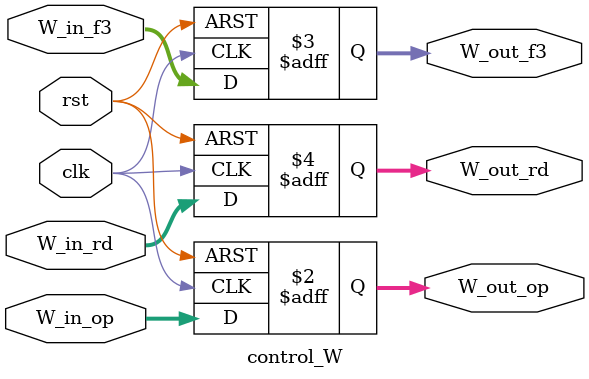
<source format=v>
module control_W(input wire clk,
                 input wire rst,
                 input wire[4:0] W_in_op,
                 input wire[2:0] W_in_f3,
                 input wire[4:0] W_in_rd,
                 output reg[4:0] W_out_op,
                 output reg[2:0] W_out_f3,
                 output reg[4:0] W_out_rd);
    
    always@(posedge clk or posedge rst)
    begin
        if (rst)
        begin
            W_out_f3 <= 3'b0;
            W_out_op <= 5'b0;
            W_out_rd <= 5'b0;
        end
        else
        begin
            W_out_f3 <= W_in_f3;
            W_out_op <= W_in_op;
            W_out_rd <= W_in_rd;
        end
    end
endmodule

</source>
